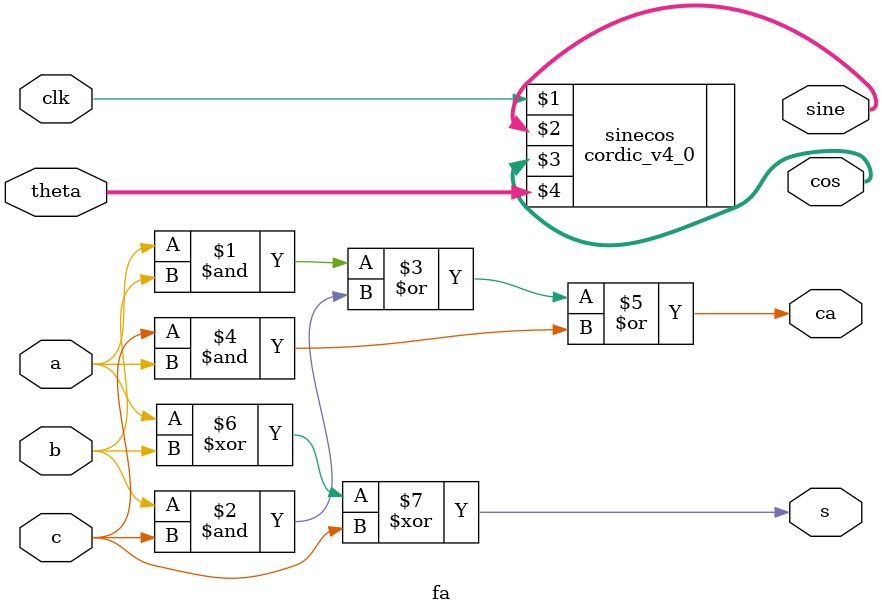
<source format=v>
`timescale 1ns / 1ps

module fa(
    input a,
    input b,
    input c,
	 input clk,
	 input [0:15] theta,
    output s,
    output ca,
	 output [0:15] sine,
	 output [0:15] cos
    );
	 
assign ca= (a&b) | (b&c) | (c&a) ;
assign s= a^b^c;

cordic_v4_0 sinecos(clk,sine,cos,theta);


endmodule

</source>
